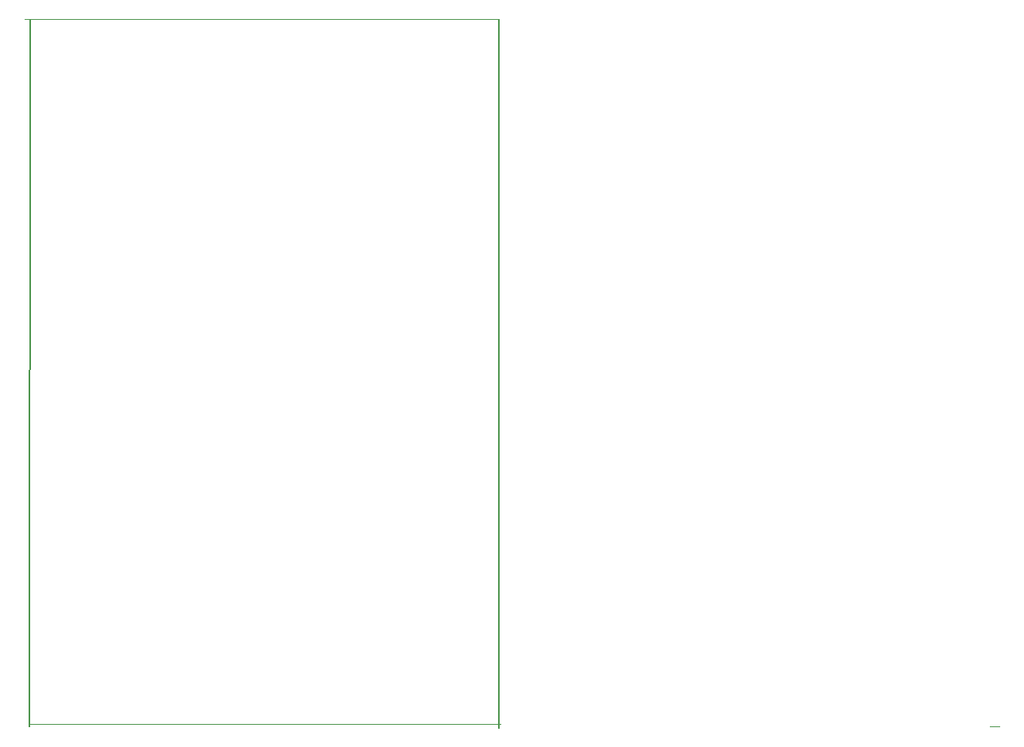
<source format=gbr>
%TF.GenerationSoftware,KiCad,Pcbnew,(6.0.8)*%
%TF.CreationDate,2022-12-02T10:00:09+00:00*%
%TF.ProjectId,DSP 1.0,44535020-312e-4302-9e6b-696361645f70,rev?*%
%TF.SameCoordinates,Original*%
%TF.FileFunction,Profile,NP*%
%FSLAX46Y46*%
G04 Gerber Fmt 4.6, Leading zero omitted, Abs format (unit mm)*
G04 Created by KiCad (PCBNEW (6.0.8)) date 2022-12-02 10:00:09*
%MOMM*%
%LPD*%
G01*
G04 APERTURE LIST*
%TA.AperFunction,Profile*%
%ADD10C,0.100000*%
%TD*%
%TA.AperFunction,Profile*%
%ADD11C,0.200000*%
%TD*%
G04 APERTURE END LIST*
D10*
X46863000Y-147574000D02*
X97155000Y-147574000D01*
D11*
X97004000Y-72390000D02*
X97004000Y-148044000D01*
D10*
X46458000Y-72390000D02*
X97004000Y-72390000D01*
D11*
X47000000Y-72390000D02*
X46924000Y-147874000D01*
D10*
X149330000Y-147875000D02*
X150330000Y-147875000D01*
M02*

</source>
